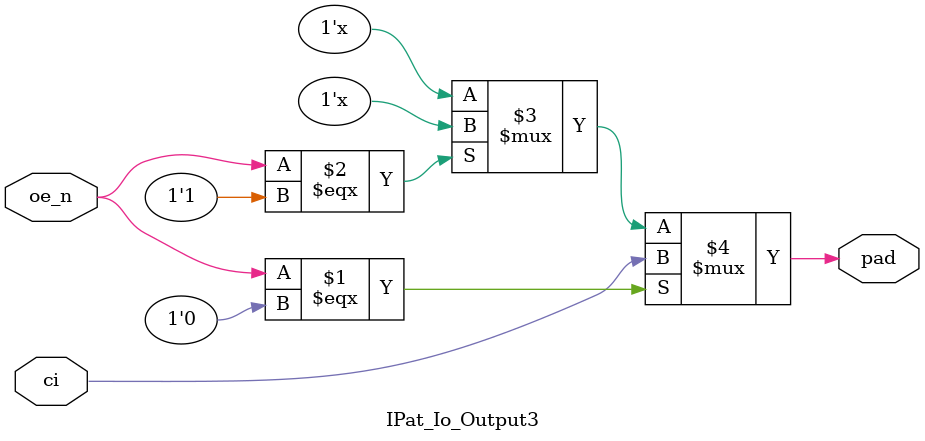
<source format=v>

`timescale 1ns/1ns

module IPat_Io_Output3 (
    output pad,    // PAD
    input  ci,     // Core to PAD
    input  oe_n    // Output Enable (negative)
);

    assign pad = (oe_n===1'b0)? ci   : 
                 (oe_n===1'b1)? 1'bz : 1'bx;

endmodule

</source>
